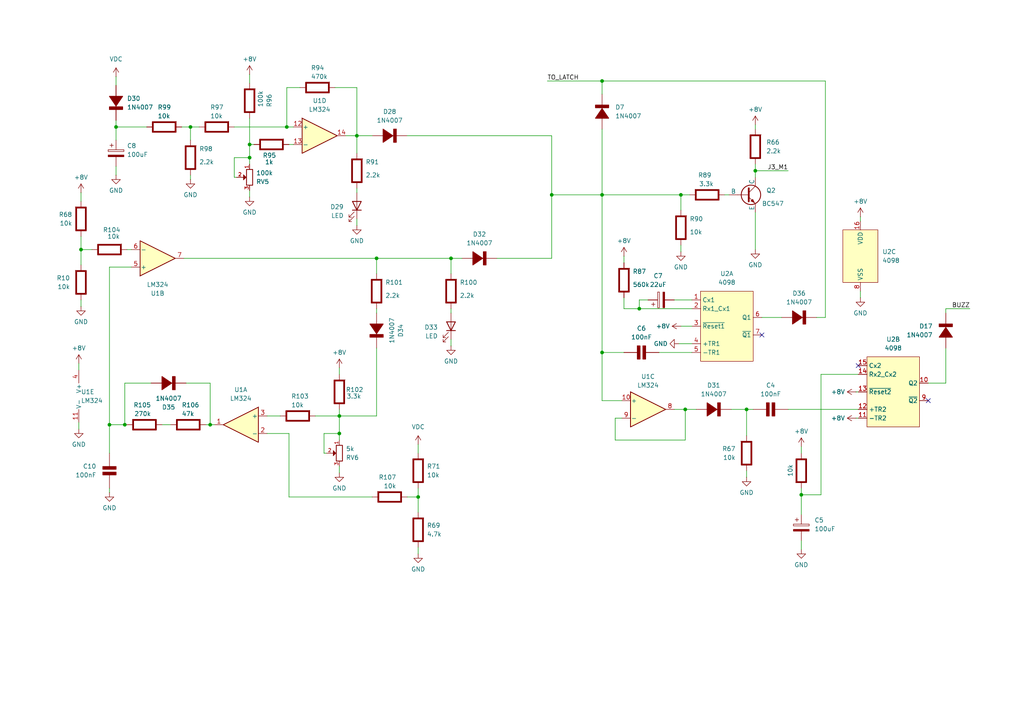
<source format=kicad_sch>
(kicad_sch (version 20250114) (generator "eeschema") (generator_version "9.0")
  (paper "A4")
  (lib_symbols
    (symbol "4xxx:4098"
      (property "Reference" "U" (at -5.08 11.43 0))
      (property "Value" "4098" (at -5.08 -11.43 0))
      (symbol "4098_1_1"
        (rectangle (start -7.62 10.16) (end 7.62 -10.16) (fill (type background)))
        (pin input line (at -10.16 7.62 0) (length 2.54) (name "Cx1") (number "1"))
        (pin input line (at -10.16 5.08 0) (length 2.54) (name "Rx1_Cx1") (number "2"))
        (pin input line (at -10.16 0 0) (length 2.54) (name "~{Reset1}") (number "3"))
        (pin input line (at -10.16 -5.08 0) (length 2.54) (name "+TR1") (number "4"))
        (pin input line (at -10.16 -7.62 0) (length 2.54) (name "-TR1") (number "5"))
        (pin output line (at 10.16 2.54 180) (length 2.54) (name "Q1") (number "6"))
        (pin output line (at 10.16 -2.54 180) (length 2.54) (name "~{Q1}") (number "7"))
      )
      (symbol "4098_2_1"
        (rectangle (start -7.62 10.16) (end 7.62 -10.16) (fill (type background)))
        (pin input line (at -10.16 7.62 0) (length 2.54) (name "Cx2") (number "15"))
        (pin input line (at -10.16 5.08 0) (length 2.54) (name "Rx2_Cx2") (number "14"))
        (pin input line (at -10.16 0 0) (length 2.54) (name "~{Reset2}") (number "13"))
        (pin input line (at -10.16 -5.08 0) (length 2.54) (name "+TR2") (number "12"))
        (pin input line (at -10.16 -7.62 0) (length 2.54) (name "-TR2") (number "11"))
        (pin output line (at 10.16 2.54 180) (length 2.54) (name "Q2") (number "10"))
        (pin output line (at 10.16 -2.54 180) (length 2.54) (name "~{Q2}") (number "9"))
      )
      (symbol "4098_3_1"
        (rectangle (start -5.08 7.62) (end 5.08 -7.62) (fill (type background)))
        (pin power_in line (at 0 10.16 270) (length 2.54) (name "VDD") (number "16"))
        (pin power_in line (at 0 -10.16 90) (length 2.54) (name "VSS") (number "8"))
      )
    )
    (symbol "Amplifier_Operational:LM324" (pin_names (offset 0.127))
      (property "Reference" "U" (at 0 5.08 0))
      (property "Value" "LM324" (at 0 -5.08 0))
      (symbol "LM324_1_1"
        (polyline (pts (xy -5.08 5.08) (xy 5.08 0) (xy -5.08 -5.08) (xy -5.08 5.08)) (stroke (width 0.254)) (fill (type background)))
        (pin input line (at -7.62 2.54 0) (length 2.54) (name "+") (number "3"))
        (pin input line (at -7.62 -2.54 0) (length 2.54) (name "-") (number "2"))
        (pin output line (at 7.62 0 180) (length 2.54) (name "~") (number "1"))
      )
      (symbol "LM324_2_1"
        (polyline (pts (xy -5.08 5.08) (xy 5.08 0) (xy -5.08 -5.08) (xy -5.08 5.08)) (stroke (width 0.254)) (fill (type background)))
        (pin input line (at -7.62 2.54 0) (length 2.54) (name "+") (number "5"))
        (pin input line (at -7.62 -2.54 0) (length 2.54) (name "-") (number "6"))
        (pin output line (at 7.62 0 180) (length 2.54) (name "~") (number "7"))
      )
      (symbol "LM324_3_1"
        (polyline (pts (xy -5.08 5.08) (xy 5.08 0) (xy -5.08 -5.08) (xy -5.08 5.08)) (stroke (width 0.254)) (fill (type background)))
        (pin input line (at -7.62 2.54 0) (length 2.54) (name "+") (number "10"))
        (pin input line (at -7.62 -2.54 0) (length 2.54) (name "-") (number "9"))
        (pin output line (at 7.62 0 180) (length 2.54) (name "~") (number "8"))
      )
      (symbol "LM324_4_1"
        (polyline (pts (xy -5.08 5.08) (xy 5.08 0) (xy -5.08 -5.08) (xy -5.08 5.08)) (stroke (width 0.254)) (fill (type background)))
        (pin input line (at -7.62 2.54 0) (length 2.54) (name "+") (number "12"))
        (pin input line (at -7.62 -2.54 0) (length 2.54) (name "-") (number "13"))
        (pin output line (at 7.62 0 180) (length 2.54) (name "~") (number "14"))
      )
      (symbol "LM324_5_1"
        (pin power_in line (at -2.54 7.62 270) (length 3.81) (name "V+") (number "4"))
        (pin power_in line (at -2.54 -7.62 90) (length 3.81) (name "V-") (number "11"))
      )
    )
    (symbol "Device:C_Polarized" (pin_numbers (hide yes)) (pin_names (offset 0.254))
      (property "Reference" "C" (at 0.635 2.54 0))
      (property "Value" "C_Polarized" (at 0.635 -2.54 0))
      (symbol "C_Polarized_0_1"
        (rectangle (start -2.286 0.508) (end 2.286 1.016))
        (polyline (pts (xy -1.778 2.286) (xy -0.762 2.286)))
        (polyline (pts (xy -1.27 2.794) (xy -1.27 1.778)))
        (rectangle (start 2.286 -0.508) (end -2.286 -1.016) (fill (type outline)))
      )
      (symbol "C_Polarized_1_1"
        (pin passive line (at 0 3.81 270) (length 2.794) (name "~") (number "1"))
        (pin passive line (at 0 -3.81 90) (length 2.794) (name "~") (number "2"))
      )
    )
    (symbol "Device:LED" (pin_numbers (hide yes)) (pin_names (offset 1.016) (hide yes))
      (property "Reference" "D" (at 0 2.54 0))
      (property "Value" "LED" (at 0 -2.54 0))
      (symbol "LED_0_1"
        (polyline (pts (xy -3.048 -0.762) (xy -4.572 -2.286) (xy -3.81 -2.286) (xy -4.572 -2.286) (xy -4.572 -1.524)))
        (polyline (pts (xy -1.778 -0.762) (xy -3.302 -2.286) (xy -2.54 -2.286) (xy -3.302 -2.286) (xy -3.302 -1.524)))
        (polyline (pts (xy -1.27 0) (xy 1.27 0)))
        (polyline (pts (xy -1.27 -1.27) (xy -1.27 1.27)) (stroke (width 0.254)))
        (polyline (pts (xy 1.27 -1.27) (xy 1.27 1.27) (xy -1.27 0) (xy 1.27 -1.27)) (stroke (width 0.254)))
      )
      (symbol "LED_1_1"
        (pin passive line (at -3.81 0 0) (length 2.54) (name "K") (number "1"))
        (pin passive line (at 3.81 0 180) (length 2.54) (name "A") (number "2"))
      )
    )
    (symbol "PCM_Elektuur:C" (pin_numbers (hide yes)) (pin_names (offset 0) (hide yes))
      (property "Reference" "C" (at 0.635 3.175 0))
      (property "Value" "C" (at 0.635 -3.175 0))
      (symbol "C_1_1"
        (rectangle (start -1.905 1.1938) (end 1.905 0.4318) (stroke (width 0.254)) (fill (type outline)))
        (rectangle (start -1.905 -0.4318) (end 1.905 -1.1938) (stroke (width 0.254)) (fill (type outline)))
        (pin passive line (at 0 5.08 270) (length 3.8862) (name "+") (number "1"))
        (pin passive line (at 0 -5.08 90) (length 3.8862) (name "-") (number "2"))
      )
      (symbol "C_1_2"
        (polyline (pts (xy -1.905 0.4318) (xy 1.905 0.4318) (xy 1.905 1.4986) (xy -1.905 1.4986) (xy -1.905 0.4318) (xy -1.8034 0.5334) (xy -1.8034 1.397) (xy 1.8034 1.397) (xy 1.8034 0.5334) (xy -1.8034 0.5334) (xy -1.905 0.4318)) (stroke (width 0.254)) (fill (type outline)))
        (polyline (pts (xy -1.905 -1.4986) (xy 1.905 -1.4986) (xy 1.905 -0.4318) (xy -1.905 -0.4318) (xy -1.905 -1.4986) (xy -1.8034 -1.397) (xy -1.8034 -0.5334) (xy 1.8034 -0.5334) (xy 1.8034 -1.397) (xy -1.8034 -1.397) (xy -1.905 -1.4986)) (stroke (width 0.254)) (fill (type outline)))
        (pin passive line (at 0 5.08 270) (length 3.5814) (name "+") (number "1"))
        (pin passive line (at 0 -5.08 90) (length 3.5814) (name "-") (number "2"))
      )
    )
    (symbol "PCM_Elektuur:D" (pin_numbers (hide yes)) (pin_names (offset 0) (hide yes))
      (property "Reference" "D" (at 0.635 3.175 0))
      (property "Value" "${SIM.PARAMS}" (at 0.635 -3.175 0))
      (symbol "D_1_0"
        (pin passive line (at 0 5.08 270) (length 3.175) (name "A+") (number "2"))
        (pin passive line (at 0 -5.08 90) (length 3.175) (name "K-") (number "1"))
      )
      (symbol "D_1_1"
        (polyline (pts (xy -1.905 -1.905) (xy 1.905 -1.905) (xy 1.905 -1.143) (xy 0 -1.143) (xy 0 -0.889) (xy 1.905 1.905) (xy -1.905 1.905) (xy 0 -0.889) (xy 0 -1.143) (xy -1.905 -1.143) (xy -1.905 -1.905)) (stroke (width 0.254)) (fill (type outline)))
      )
      (symbol "D_1_2"
        (polyline (pts (xy -0.127 -1.905) (xy 1.905 -1.905) (xy 1.905 -1.143) (xy 0 -1.143) (xy 0 -0.889) (xy 1.905 1.905) (xy -0.0254 1.905) (xy -0.9652 0.5334) (xy 0 -0.889) (xy 0 -1.143) (xy -0.127 -1.143) (xy -0.127 -1.905)) (stroke (width 0.254)) (fill (type outline)))
      )
    )
    (symbol "PCM_Elektuur:R" (pin_numbers (hide yes)) (pin_names (offset 0) (hide yes))
      (property "Reference" "R" (at 2.54 3.175 0))
      (property "Value" "R" (at 0 0 90))
      (symbol "R_1_1"
        (polyline (pts (xy -1.524 -3.429) (xy 1.524 -3.429) (xy 1.524 3.429) (xy -1.524 3.429) (xy -1.524 -3.429) (xy -1.27 -3.175) (xy -1.27 3.175) (xy 1.27 3.175) (xy 1.27 -3.175) (xy -1.27 -3.175) (xy -1.524 -3.429)) (stroke (width 0.254)) (fill (type outline)))
        (pin passive line (at 0 5.08 270) (length 1.651) (name "+") (number "1"))
        (pin passive line (at 0 -5.08 90) (length 1.651) (name "-") (number "2"))
      )
      (symbol "R_1_2"
        (polyline (pts (xy -0.508 -3.429) (xy 1.524 -3.429) (xy 1.524 3.429) (xy -0.508 3.429) (xy -0.508 3.175) (xy 1.27 3.175) (xy 1.27 -3.175) (xy -0.508 -3.175) (xy -0.508 -3.429)) (stroke (width 0.254)) (fill (type outline)))
        (pin passive line (at 0 5.08 270) (length 1.651) (name "+") (number "1"))
        (pin passive line (at 0 -5.08 90) (length 1.651) (name "-") (number "2"))
      )
      (symbol "R_1_3"
        (polyline (pts (xy 0 3.4798) (xy 0 3.2004) (xy 0.7112 2.794) (xy -1.1938 1.6764) (xy 0.7112 0.5588) (xy -1.1938 -0.5588) (xy 0.7112 -1.6764) (xy -1.1938 -2.794) (xy 0 -3.4798) (xy 0 -3.2004) (xy -0.7112 -2.794) (xy 1.1938 -1.6764) (xy -0.7112 -0.5588) (xy 1.1938 0.5588) (xy -0.7112 1.6764) (xy 1.1938 2.794) (xy 0 3.4798)) (stroke (width 0.254)) (fill (type outline)))
        (pin passive line (at 0 5.08 270) (length 1.6002) (name "+") (number "1"))
        (pin passive line (at 0 -5.08 90) (length 1.6002) (name "-") (number "2"))
      )
      (symbol "R_1_4"
        (polyline (pts (xy 0 4.5466) (xy 0 4.2672) (xy 0.0508 4.2418) (xy 1.016 3.683) (xy -1.524 2.2098) (xy 1.016 0.7366) (xy -1.524 -0.7366) (xy 1.016 -2.2098) (xy -1.524 -3.683) (xy -0.0762 -4.5212) (xy 0 -4.5466) (xy 0 -4.2672) (xy -0.0508 -4.2418) (xy -1.016 -3.683) (xy 1.524 -2.2098) (xy -1.016 -0.7366) (xy 1.524 0.7366) (xy -1.016 2.2098) (xy 1.524 3.683) (xy 0.0762 4.5212) (xy 0 4.5466)) (stroke (width 0.254)) (fill (type outline)))
        (pin passive line (at 0 5.08 270) (length 0.5334) (name "+") (number "1"))
        (pin passive line (at 0 -5.08 90) (length 0.5334) (name "-") (number "2"))
      )
    )
    (symbol "PCM_SL_Devices:potentiometer_RM065"
      (property "Reference" "RV" (at 0 -2.032 0))
      (property "Value" "potentiometer_RM065" (at 0 -3.81 0))
      (symbol "potentiometer_RM065_0_1"
        (rectangle (start -2.286 0.889) (end 2.286 -0.889) (stroke (width 0.24)))
        (polyline (pts (xy 0 1.016) (xy 0.762 1.778) (xy -0.762 1.778) (xy 0 1.016)) (fill (type outline)))
      )
      (symbol "potentiometer_RM065_1_1"
        (pin passive line (at -3.81 0 0) (length 1.5) (name "~") (number "1"))
        (pin passive line (at 0 3.81 270) (length 2) (name "~") (number "2"))
        (pin passive line (at 3.81 0 180) (length 1.5) (name "~") (number "3"))
      )
    )
    (symbol "Simulation_SPICE:NPN" (pin_numbers (hide yes)) (pin_names (offset 0))
      (property "Reference" "Q" (at -2.54 7.62 0))
      (property "Value" "NPN" (at -2.54 5.08 0))
      (symbol "NPN_0_1"
        (polyline (pts (xy -2.54 0) (xy 0.635 0)) (stroke (width 0.1524)))
        (polyline (pts (xy 0.635 1.905) (xy 0.635 -1.905) (xy 0.635 -1.905)) (stroke (width 0.508)))
        (polyline (pts (xy 0.635 0.635) (xy 2.54 2.54)))
        (polyline (pts (xy 0.635 -0.635) (xy 2.54 -2.54) (xy 2.54 -2.54)))
        (circle (center 1.27 0) (radius 2.8194) (stroke (width 0.254)))
        (polyline (pts (xy 1.27 -1.778) (xy 1.778 -1.27) (xy 2.286 -2.286) (xy 1.27 -1.778) (xy 1.27 -1.778)) (fill (type outline)))
        (polyline (pts (xy 2.794 -1.27) (xy 2.794 -1.27)) (stroke (width 0.1524)))
        (polyline (pts (xy 2.794 -1.27) (xy 2.794 -1.27)) (stroke (width 0.1524)))
      )
      (symbol "NPN_1_1"
        (pin input line (at -5.08 0 0) (length 2.54) (name "B") (number "2"))
        (pin open_collector line (at 2.54 5.08 270) (length 2.54) (name "C") (number "1"))
        (pin open_emitter line (at 2.54 -5.08 90) (length 2.54) (name "E") (number "3"))
      )
    )
    (symbol "power:+8V" (power) (pin_numbers (hide yes)) (pin_names (offset 0) (hide yes))
      (property "Value" "+8V" (at 0 3.556 0))
      (symbol "+8V_0_1"
        (polyline (pts (xy -0.762 1.27) (xy 0 2.54)))
        (polyline (pts (xy 0 2.54) (xy 0.762 1.27)))
        (polyline (pts (xy 0 0) (xy 0 2.54)))
      )
      (symbol "+8V_1_1"
        (pin power_in line (at 0 0 90) (length 0) (name "~") (number "1"))
      )
    )
    (symbol "power:GND" (power) (pin_numbers (hide yes)) (pin_names (offset 0) (hide yes))
      (property "Value" "GND" (at 0 -3.81 0))
      (symbol "GND_0_1"
        (polyline (pts (xy 0 0) (xy 0 -1.27) (xy 1.27 -1.27) (xy 0 -2.54) (xy -1.27 -1.27) (xy 0 -1.27)))
      )
      (symbol "GND_1_1"
        (pin power_in line (at 0 0 270) (length 0) (name "~") (number "1"))
      )
    )
    (symbol "power:VDC" (power) (pin_numbers (hide yes)) (pin_names (offset 0) (hide yes))
      (property "Value" "VDC" (at 0 3.556 0))
      (symbol "VDC_0_1"
        (polyline (pts (xy -0.762 1.27) (xy 0 2.54)))
        (polyline (pts (xy 0 2.54) (xy 0.762 1.27)))
        (polyline (pts (xy 0 0) (xy 0 2.54)))
      )
      (symbol "VDC_1_1"
        (pin power_in line (at 0 0 90) (length 0) (name "~") (number "1"))
      )
    )
  )
  (junction (at 60.96 123.19))
  (junction (at 31.75 123.19))
  (junction (at 197.485 56.515))
  (junction (at 130.81 74.93))
  (junction (at 160.02 56.515))
  (junction (at 219.075 49.53))
  (junction (at 103.505 39.37))
  (junction (at 174.625 23.495))
  (junction (at 55.245 36.83))
  (junction (at 174.625 56.515))
  (junction (at 198.755 118.745))
  (junction (at 121.285 144.145))
  (junction (at 216.535 118.745))
  (junction (at 185.42 89.535))
  (junction (at 98.425 120.65))
  (junction (at 109.22 74.93))
  (junction (at 33.655 36.83))
  (junction (at 72.39 45.72))
  (junction (at 72.39 41.91))
  (junction (at 232.41 143.51))
  (junction (at 98.425 125.73))
  (junction (at 174.625 102.235))
  (junction (at 36.195 123.19))
  (junction (at 23.495 72.39))
  (junction (at 83.185 36.83))
  (no_connect (at 248.92 106.045))
  (no_connect (at 269.24 116.205))
  (no_connect (at 220.98 97.155))
  (wire (pts (xy 160.02 74.93) (xy 144.145 74.93)))
  (wire (pts (xy 109.22 74.93) (xy 130.81 74.93)))
  (wire (pts (xy 72.39 41.91) (xy 72.39 45.72)))
  (wire (pts (xy 198.755 127.635) (xy 198.755 118.745)))
  (wire (pts (xy 197.485 56.515) (xy 197.485 60.96)))
  (wire (pts (xy 216.535 126.365) (xy 216.535 118.745)))
  (wire (pts (xy 94.615 131.445) (xy 93.98 131.445)))
  (wire (pts (xy 158.75 23.495) (xy 174.625 23.495)))
  (wire (pts (xy 23.495 55.88) (xy 23.495 58.42)))
  (wire (pts (xy 83.82 41.91) (xy 85.09 41.91)))
  (wire (pts (xy 53.975 111.125) (xy 60.96 111.125)))
  (wire (pts (xy 232.41 143.51) (xy 238.125 143.51)))
  (wire (pts (xy 178.435 121.285) (xy 178.435 127.635)))
  (wire (pts (xy 185.42 89.535) (xy 200.66 89.535)))
  (wire (pts (xy 109.22 89.535) (xy 109.22 90.805)))
  (wire (pts (xy 219.075 51.435) (xy 219.075 49.53)))
  (wire (pts (xy 180.975 89.535) (xy 185.42 89.535)))
  (wire (pts (xy 98.425 135.255) (xy 98.425 137.16)))
  (wire (pts (xy 103.505 25.4) (xy 103.505 39.37)))
  (wire (pts (xy 72.39 55.245) (xy 72.39 57.15)))
  (wire (pts (xy 174.625 37.465) (xy 174.625 56.515)))
  (wire (pts (xy 98.425 106.68) (xy 98.425 108.585)))
  (wire (pts (xy 93.98 125.73) (xy 98.425 125.73)))
  (wire (pts (xy 174.625 27.305) (xy 174.625 23.495)))
  (wire (pts (xy 98.425 125.73) (xy 98.425 127.635)))
  (wire (pts (xy 59.69 123.19) (xy 60.96 123.19)))
  (wire (pts (xy 49.53 123.19) (xy 46.99 123.19)))
  (wire (pts (xy 238.125 108.585) (xy 248.92 108.585)))
  (wire (pts (xy 121.285 148.59) (xy 121.285 144.145)))
  (wire (pts (xy 130.81 98.425) (xy 130.81 100.33)))
  (wire (pts (xy 55.245 50.8) (xy 55.245 52.07)))
  (wire (pts (xy 160.02 56.515) (xy 160.02 74.93)))
  (wire (pts (xy 236.855 92.075) (xy 239.395 92.075)))
  (wire (pts (xy 185.42 86.995) (xy 185.42 89.535)))
  (wire (pts (xy 232.41 156.845) (xy 232.41 159.385)))
  (wire (pts (xy 174.625 56.515) (xy 197.485 56.515)))
  (wire (pts (xy 232.41 129.54) (xy 232.41 131.445)))
  (wire (pts (xy 130.81 74.93) (xy 130.81 79.375)))
  (wire (pts (xy 55.245 36.83) (xy 55.245 40.64)))
  (wire (pts (xy 249.555 62.865) (xy 249.555 64.135)))
  (wire (pts (xy 72.39 34.29) (xy 72.39 41.91)))
  (wire (pts (xy 43.815 111.125) (xy 36.195 111.125)))
  (wire (pts (xy 97.155 25.4) (xy 103.505 25.4)))
  (wire (pts (xy 103.505 39.37) (xy 103.505 44.45)))
  (wire (pts (xy 216.535 136.525) (xy 216.535 138.43)))
  (wire (pts (xy 91.44 120.65) (xy 98.425 120.65)))
  (wire (pts (xy 219.075 61.595) (xy 219.075 72.39)))
  (wire (pts (xy 60.96 123.19) (xy 62.23 123.19)))
  (wire (pts (xy 232.41 141.605) (xy 232.41 143.51)))
  (wire (pts (xy 274.32 100.965) (xy 274.32 111.125)))
  (wire (pts (xy 23.495 86.995) (xy 23.495 88.9)))
  (wire (pts (xy 53.34 74.93) (xy 109.22 74.93)))
  (wire (pts (xy 210.185 56.515) (xy 211.455 56.515)))
  (wire (pts (xy 174.625 102.235) (xy 180.975 102.235)))
  (wire (pts (xy 274.32 90.805) (xy 274.32 89.535)))
  (wire (pts (xy 67.945 36.83) (xy 83.185 36.83)))
  (wire (pts (xy 160.02 56.515) (xy 174.625 56.515)))
  (wire (pts (xy 83.185 25.4) (xy 86.995 25.4)))
  (wire (pts (xy 180.975 74.295) (xy 180.975 76.2)))
  (wire (pts (xy 33.655 34.925) (xy 33.655 36.83)))
  (wire (pts (xy 33.655 36.83) (xy 42.545 36.83)))
  (wire (pts (xy 174.625 116.205) (xy 174.625 102.235)))
  (wire (pts (xy 174.625 56.515) (xy 174.625 102.235)))
  (wire (pts (xy 72.39 45.72) (xy 72.39 47.625)))
  (wire (pts (xy 187.96 86.995) (xy 185.42 86.995)))
  (wire (pts (xy 109.22 100.965) (xy 109.22 120.65)))
  (wire (pts (xy 200.66 86.995) (xy 195.58 86.995)))
  (wire (pts (xy 72.39 21.59) (xy 72.39 24.13)))
  (wire (pts (xy 68.58 51.435) (xy 67.945 51.435)))
  (wire (pts (xy 98.425 120.65) (xy 98.425 125.73)))
  (wire (pts (xy 239.395 23.495) (xy 174.625 23.495)))
  (wire (pts (xy 31.75 123.19) (xy 31.75 131.445)))
  (wire (pts (xy 36.195 111.125) (xy 36.195 123.19)))
  (wire (pts (xy 232.41 143.51) (xy 232.41 149.225)))
  (wire (pts (xy 109.22 74.93) (xy 109.22 79.375)))
  (wire (pts (xy 22.86 122.555) (xy 22.86 124.46)))
  (wire (pts (xy 200.025 56.515) (xy 197.485 56.515)))
  (wire (pts (xy 23.495 68.58) (xy 23.495 72.39)))
  (wire (pts (xy 160.02 39.37) (xy 160.02 56.515)))
  (wire (pts (xy 239.395 92.075) (xy 239.395 23.495)))
  (wire (pts (xy 103.505 63.5) (xy 103.505 65.405)))
  (wire (pts (xy 216.535 118.745) (xy 218.44 118.745)))
  (wire (pts (xy 197.485 71.12) (xy 197.485 73.025)))
  (wire (pts (xy 198.755 118.745) (xy 201.93 118.745)))
  (wire (pts (xy 219.075 36.195) (xy 219.075 37.465)))
  (wire (pts (xy 60.96 111.125) (xy 60.96 123.19)))
  (wire (pts (xy 93.98 131.445) (xy 93.98 125.73)))
  (wire (pts (xy 67.945 51.435) (xy 67.945 45.72)))
  (wire (pts (xy 121.285 144.145) (xy 118.11 144.145)))
  (wire (pts (xy 130.81 74.93) (xy 133.985 74.93)))
  (wire (pts (xy 83.185 36.83) (xy 83.185 25.4)))
  (wire (pts (xy 103.505 39.37) (xy 100.33 39.37)))
  (wire (pts (xy 33.655 36.83) (xy 33.655 40.64)))
  (wire (pts (xy 178.435 127.635) (xy 198.755 127.635)))
  (wire (pts (xy 67.945 45.72) (xy 72.39 45.72)))
  (wire (pts (xy 198.755 118.745) (xy 195.58 118.745)))
  (wire (pts (xy 31.75 77.47) (xy 38.1 77.47)))
  (wire (pts (xy 196.85 99.695) (xy 200.66 99.695)))
  (wire (pts (xy 73.66 41.91) (xy 72.39 41.91)))
  (wire (pts (xy 36.83 72.39) (xy 38.1 72.39)))
  (wire (pts (xy 33.655 24.765) (xy 33.655 22.225)))
  (wire (pts (xy 248.285 121.285) (xy 248.92 121.285)))
  (wire (pts (xy 98.425 118.745) (xy 98.425 120.65)))
  (wire (pts (xy 249.555 84.455) (xy 249.555 86.36)))
  (wire (pts (xy 83.185 36.83) (xy 85.09 36.83)))
  (wire (pts (xy 31.75 141.605) (xy 31.75 142.875)))
  (wire (pts (xy 22.86 105.41) (xy 22.86 107.315)))
  (wire (pts (xy 130.81 89.535) (xy 130.81 90.805)))
  (wire (pts (xy 118.11 39.37) (xy 160.02 39.37)))
  (wire (pts (xy 107.95 39.37) (xy 103.505 39.37)))
  (wire (pts (xy 31.75 123.19) (xy 36.195 123.19)))
  (wire (pts (xy 238.125 108.585) (xy 238.125 143.51)))
  (wire (pts (xy 226.695 92.075) (xy 220.98 92.075)))
  (wire (pts (xy 33.655 48.26) (xy 33.655 50.8)))
  (wire (pts (xy 83.82 125.73) (xy 77.47 125.73)))
  (wire (pts (xy 52.705 36.83) (xy 55.245 36.83)))
  (wire (pts (xy 121.285 158.75) (xy 121.285 160.655)))
  (wire (pts (xy 77.47 120.65) (xy 81.28 120.65)))
  (wire (pts (xy 274.32 89.535) (xy 281.305 89.535)))
  (wire (pts (xy 121.285 128.905) (xy 121.285 131.445)))
  (wire (pts (xy 180.975 86.36) (xy 180.975 89.535)))
  (wire (pts (xy 212.09 118.745) (xy 216.535 118.745)))
  (wire (pts (xy 98.425 120.65) (xy 109.22 120.65)))
  (wire (pts (xy 107.95 144.145) (xy 83.82 144.145)))
  (wire (pts (xy 219.075 49.53) (xy 228.6 49.53)))
  (wire (pts (xy 103.505 54.61) (xy 103.505 55.88)))
  (wire (pts (xy 180.34 116.205) (xy 174.625 116.205)))
  (wire (pts (xy 55.245 36.83) (xy 57.785 36.83)))
  (wire (pts (xy 180.34 121.285) (xy 178.435 121.285)))
  (wire (pts (xy 248.285 113.665) (xy 248.92 113.665)))
  (wire (pts (xy 83.82 144.145) (xy 83.82 125.73)))
  (wire (pts (xy 197.485 94.615) (xy 200.66 94.615)))
  (wire (pts (xy 31.75 77.47) (xy 31.75 123.19)))
  (wire (pts (xy 121.285 141.605) (xy 121.285 144.145)))
  (wire (pts (xy 219.075 47.625) (xy 219.075 49.53)))
  (wire (pts (xy 23.495 72.39) (xy 23.495 76.835)))
  (wire (pts (xy 274.32 111.125) (xy 269.24 111.125)))
  (wire (pts (xy 23.495 72.39) (xy 26.67 72.39)))
  (wire (pts (xy 191.135 102.235) (xy 200.66 102.235)))
  (wire (pts (xy 228.6 118.745) (xy 248.92 118.745)))
  (wire (pts (xy 36.195 123.19) (xy 36.83 123.19)))
  (label "TO_LATCH" (at 158.75 23.495 0))
  (label "BUZZ" (at 281.305 89.535 180))
  (label "J3_M1" (at 228.6 49.53 180))
  (symbol (lib_id "PCM_Elektuur:R") (at 72.39 29.21 180) (unit 1)
    (property "Reference" "R96" (at 78.105 31.1151 90) (effects (justify right)))
    (property "Value" "100k" (at 75.565 31.115 90) (effects (justify right)))
    (property "Description" "resistor" (effects (hide yes)))
    (property "Indicator" "+" (effects (hide yes)))
    (property "Rating" "W" (effects (hide yes)))
  )
  (symbol (lib_id "4xxx:4098") (at 249.555 74.295 0) (unit 3)
    (property "Reference" "U2" (at 255.905 73.0249 0) (effects (justify left)))
    (property "Value" "4098" (at 255.905 75.5649 0) (effects (justify left)))
    (property "Datasheet" "http://www.ti.com/lit/ds/symlink/cd4098b.pdf" (effects (hide yes)))
    (property "Description" "Dual Monostable Multivibrator" (effects (hide yes)))
  )
  (symbol (lib_id "power:GND") (at 103.505 65.405 0) (mirror y) (unit 1)
    (property "Reference" "#PWR065" (effects (hide yes)))
    (property "Value" "GND" (at 103.505 69.85 0))
    (property "Description" "Power symbol creates a global label with name \"GND\" , ground" (effects (hide yes)))
  )
  (symbol (lib_id "PCM_Elektuur:C") (at 186.055 102.235 90) (unit 1)
    (property "Reference" "C6" (at 186.055 95.25 90))
    (property "Value" "100nF" (at 186.055 97.79 90))
    (property "Description" "capacitor, non-polarized/bipolar" (effects (hide yes)))
    (property "Indicator" "+" (effects (hide yes)))
    (property "Rating" "V" (effects (hide yes)))
  )
  (symbol (lib_id "PCM_Elektuur:R") (at 121.285 153.67 180) (unit 1)
    (property "Reference" "R69" (at 123.825 152.3999 0) (effects (justify right)))
    (property "Value" "4.7k" (at 123.825 154.9399 0) (effects (justify right)))
    (property "Description" "resistor" (effects (hide yes)))
    (property "Indicator" "+" (effects (hide yes)))
    (property "Rating" "W" (effects (hide yes)))
  )
  (symbol (lib_id "PCM_Elektuur:R") (at 23.495 81.915 0) (mirror x) (unit 1)
    (property "Reference" "R10" (at 20.32 80.6449 0) (effects (justify right)))
    (property "Value" "10k" (at 20.32 83.1849 0) (effects (justify right)))
    (property "Description" "resistor" (effects (hide yes)))
    (property "Indicator" "+" (effects (hide yes)))
    (property "Rating" "W" (effects (hide yes)))
  )
  (symbol (lib_id "PCM_Elektuur:R") (at 55.245 45.72 180) (unit 1)
    (property "Reference" "R98" (at 57.785 43.18 0) (effects (justify right)))
    (property "Value" "2.2k" (at 57.785 46.9899 0) (effects (justify right)))
    (property "Description" "resistor" (effects (hide yes)))
    (property "Indicator" "+" (effects (hide yes)))
    (property "Rating" "W" (effects (hide yes)))
  )
  (symbol (lib_id "PCM_Elektuur:R") (at 92.075 25.4 90) (mirror x) (unit 1)
    (property "Reference" "R94" (at 90.1699 19.685 90) (effects (justify right)))
    (property "Value" "470k" (at 90.17 22.225 90) (effects (justify right)))
    (property "Description" "resistor" (effects (hide yes)))
    (property "Indicator" "+" (effects (hide yes)))
    (property "Rating" "W" (effects (hide yes)))
  )
  (symbol (lib_id "PCM_Elektuur:R") (at 121.285 136.525 180) (unit 1)
    (property "Reference" "R71" (at 123.825 135.2549 0) (effects (justify right)))
    (property "Value" "10k" (at 123.825 137.7949 0) (effects (justify right)))
    (property "Description" "resistor" (effects (hide yes)))
    (property "Indicator" "+" (effects (hide yes)))
    (property "Rating" "W" (effects (hide yes)))
  )
  (symbol (lib_id "Device:LED") (at 103.505 59.69 270) (mirror x) (unit 1)
    (property "Reference" "D29" (at 99.695 60.0074 90) (effects (justify right)))
    (property "Value" "LED" (at 99.695 62.5474 90) (effects (justify right)))
    (property "Description" "Light emitting diode" (effects (hide yes)))
    (property "Sim.Pins" "1=K 2=A" (effects (hide yes)))
  )
  (symbol (lib_id "power:GND") (at 121.285 160.655 0) (unit 1)
    (property "Reference" "#PWR080" (effects (hide yes)))
    (property "Value" "GND" (at 121.285 165.1 0))
    (property "Description" "Power symbol creates a global label with name \"GND\" , ground" (effects (hide yes)))
  )
  (symbol (lib_id "PCM_Elektuur:D") (at 48.895 111.125 90) (unit 1)
    (property "Reference" "D35" (at 48.895 118.11 90))
    (property "Value" "1N4007" (at 48.895 115.57 90))
    (property "Description" "semiconductor diode" (effects (hide yes)))
    (property "Sim.Pins" "2=1 1=2" (effects (hide yes)))
    (property "Sim.Device" "SPICE" (effects (hide yes)))
    (property "Sim.Params" "type=\"\" model=\"D\" lib=\"semiconductor.lib\"" (effects (hide yes)))
    (property "Rating" "V/A" (effects (hide yes)))
  )
  (symbol (lib_id "PCM_Elektuur:R") (at 219.075 42.545 180) (unit 1)
    (property "Reference" "R66" (at 222.25 41.2749 0) (effects (justify right)))
    (property "Value" "2.2k" (at 222.25 43.8149 0) (effects (justify right)))
    (property "Description" "resistor" (effects (hide yes)))
    (property "Indicator" "+" (effects (hide yes)))
    (property "Rating" "W" (effects (hide yes)))
  )
  (symbol (lib_id "power:+8V") (at 23.495 55.88 0) (unit 1)
    (property "Reference" "#PWR078" (effects (hide yes)))
    (property "Value" "+8V" (at 23.495 51.435 0))
    (property "Description" "Power symbol creates a global label with name \"+8V\"" (effects (hide yes)))
  )
  (symbol (lib_id "power:+8V") (at 72.39 21.59 0) (mirror y) (unit 1)
    (property "Reference" "#PWR066" (effects (hide yes)))
    (property "Value" "+8V" (at 72.39 17.145 0))
    (property "Description" "Power symbol creates a global label with name \"+8V\"" (effects (hide yes)))
  )
  (symbol (lib_id "power:GND") (at 31.75 142.875 0) (mirror y) (unit 1)
    (property "Reference" "#PWR079" (effects (hide yes)))
    (property "Value" "GND" (at 31.75 147.32 0))
    (property "Description" "Power symbol creates a global label with name \"GND\" , ground" (effects (hide yes)))
  )
  (symbol (lib_id "PCM_Elektuur:D") (at 113.03 39.37 90) (mirror x) (unit 1)
    (property "Reference" "D28" (at 113.03 32.385 90))
    (property "Value" "1N4007" (at 113.03 34.925 90))
    (property "Description" "semiconductor diode" (effects (hide yes)))
    (property "Sim.Pins" "2=1 1=2" (effects (hide yes)))
    (property "Sim.Device" "SPICE" (effects (hide yes)))
    (property "Sim.Params" "type=\"\" model=\"D\" lib=\"semiconductor.lib\"" (effects (hide yes)))
    (property "Rating" "V/A" (effects (hide yes)))
  )
  (symbol (lib_id "PCM_Elektuur:D") (at 231.775 92.075 90) (mirror x) (unit 1)
    (property "Reference" "D36" (at 231.775 85.09 90))
    (property "Value" "1N4007" (at 231.775 87.63 90))
    (property "Description" "semiconductor diode" (effects (hide yes)))
    (property "Sim.Pins" "2=1 1=2" (effects (hide yes)))
    (property "Sim.Device" "SPICE" (effects (hide yes)))
    (property "Sim.Params" "type=\"\" model=\"D\" lib=\"semiconductor.lib\"" (effects (hide yes)))
    (property "Rating" "V/A" (effects (hide yes)))
  )
  (symbol (lib_id "PCM_Elektuur:R") (at 216.535 131.445 0) (mirror x) (unit 1)
    (property "Reference" "R67" (at 213.36 130.1749 0) (effects (justify right)))
    (property "Value" "10k" (at 213.36 132.7149 0) (effects (justify right)))
    (property "Description" "resistor" (effects (hide yes)))
    (property "Indicator" "+" (effects (hide yes)))
    (property "Rating" "W" (effects (hide yes)))
  )
  (symbol (lib_id "PCM_Elektuur:C") (at 223.52 118.745 90) (unit 1)
    (property "Reference" "C4" (at 223.52 111.76 90))
    (property "Value" "100nF" (at 223.52 114.3 90))
    (property "Description" "capacitor, non-polarized/bipolar" (effects (hide yes)))
    (property "Indicator" "+" (effects (hide yes)))
    (property "Rating" "V" (effects (hide yes)))
  )
  (symbol (lib_id "PCM_Elektuur:R") (at 130.81 84.455 180) (unit 1)
    (property "Reference" "R100" (at 133.35 81.915 0) (effects (justify right)))
    (property "Value" "2.2k" (at 133.35 85.7249 0) (effects (justify right)))
    (property "Description" "resistor" (effects (hide yes)))
    (property "Indicator" "+" (effects (hide yes)))
    (property "Rating" "W" (effects (hide yes)))
  )
  (symbol (lib_id "power:+8V") (at 248.285 113.665 90) (unit 1)
    (property "Reference" "#PWR084" (effects (hide yes)))
    (property "Value" "+8V" (at 245.11 113.6649 90) (effects (justify left)))
    (property "Description" "Power symbol creates a global label with name \"+8V\"" (effects (hide yes)))
  )
  (symbol (lib_id "PCM_Elektuur:R") (at 23.495 63.5 0) (mirror x) (unit 1)
    (property "Reference" "R68" (at 20.955 62.2299 0) (effects (justify right)))
    (property "Value" "10k" (at 20.955 64.7699 0) (effects (justify right)))
    (property "Description" "resistor" (effects (hide yes)))
    (property "Indicator" "+" (effects (hide yes)))
    (property "Rating" "W" (effects (hide yes)))
  )
  (symbol (lib_id "PCM_SL_Devices:potentiometer_RM065") (at 98.425 131.445 90) (mirror x) (unit 1)
    (property "Reference" "RV6" (at 100.33 132.7151 90) (effects (justify right)))
    (property "Value" "5k" (at 100.33 130.1751 90) (effects (justify right)))
    (property "Footprint" "PCM_SL_Devices:Potentiometer_RM065" (effects (hide yes)))
    (property "Description" "potentiometer RM065" (effects (hide yes)))
  )
  (symbol (lib_id "Device:LED") (at 130.81 94.615 270) (mirror x) (unit 1)
    (property "Reference" "D33" (at 127 94.9324 90) (effects (justify right)))
    (property "Value" "LED" (at 127 97.4724 90) (effects (justify right)))
    (property "Description" "Light emitting diode" (effects (hide yes)))
    (property "Sim.Pins" "1=K 2=A" (effects (hide yes)))
  )
  (symbol (lib_id "Device:C_Polarized") (at 232.41 153.035 0) (unit 1)
    (property "Reference" "C5" (at 236.22 150.8759 0) (effects (justify left)))
    (property "Value" "100uF" (at 236.22 153.4159 0) (effects (justify left)))
    (property "Description" "Polarized capacitor" (effects (hide yes)))
  )
  (symbol (lib_id "PCM_Elektuur:D") (at 274.32 95.885 0) (mirror x) (unit 1)
    (property "Reference" "D17" (at 270.51 94.6149 0) (effects (justify right)))
    (property "Value" "1N4007" (at 270.51 97.1549 0) (effects (justify right)))
    (property "Description" "semiconductor diode" (effects (hide yes)))
    (property "Sim.Pins" "2=1 1=2" (effects (hide yes)))
    (property "Sim.Device" "SPICE" (effects (hide yes)))
    (property "Sim.Params" "type=\"\" model=\"D\" lib=\"semiconductor.lib\"" (effects (hide yes)))
    (property "Rating" "V/A" (effects (hide yes)))
  )
  (symbol (lib_id "power:+8V") (at 22.86 105.41 0) (unit 1)
    (property "Reference" "#PWR083" (effects (hide yes)))
    (property "Value" "+8V" (at 22.86 100.965 0))
    (property "Description" "Power symbol creates a global label with name \"+8V\"" (effects (hide yes)))
  )
  (symbol (lib_id "power:GND") (at 22.86 124.46 0) (mirror y) (unit 1)
    (property "Reference" "#PWR082" (effects (hide yes)))
    (property "Value" "GND" (at 22.86 128.905 0))
    (property "Description" "Power symbol creates a global label with name \"GND\" , ground" (effects (hide yes)))
  )
  (symbol (lib_id "power:GND") (at 197.485 73.025 0) (mirror y) (unit 1)
    (property "Reference" "#PWR061" (effects (hide yes)))
    (property "Value" "GND" (at 197.485 77.47 0))
    (property "Description" "Power symbol creates a global label with name \"GND\" , ground" (effects (hide yes)))
  )
  (symbol (lib_id "power:GND") (at 33.655 50.8 0) (mirror y) (unit 1)
    (property "Reference" "#PWR072" (effects (hide yes)))
    (property "Value" "GND" (at 33.655 55.245 0))
    (property "Description" "Power symbol creates a global label with name \"GND\" , ground" (effects (hide yes)))
  )
  (symbol (lib_id "PCM_Elektuur:D") (at 109.22 95.885 0) (mirror y) (unit 1)
    (property "Reference" "D34" (at 116.205 95.885 90))
    (property "Value" "1N4007" (at 113.665 95.885 90))
    (property "Description" "semiconductor diode" (effects (hide yes)))
    (property "Sim.Pins" "2=1 1=2" (effects (hide yes)))
    (property "Sim.Device" "SPICE" (effects (hide yes)))
    (property "Sim.Params" "type=\"\" model=\"D\" lib=\"semiconductor.lib\"" (effects (hide yes)))
    (property "Rating" "V/A" (effects (hide yes)))
  )
  (symbol (lib_id "PCM_Elektuur:R") (at 205.105 56.515 270) (unit 1)
    (property "Reference" "R89" (at 206.375 50.8 90) (effects (justify right)))
    (property "Value" "3.3k" (at 207.0099 53.34 90) (effects (justify right)))
    (property "Description" "resistor" (effects (hide yes)))
    (property "Indicator" "+" (effects (hide yes)))
    (property "Rating" "W" (effects (hide yes)))
  )
  (symbol (lib_id "PCM_Elektuur:D") (at 33.655 29.845 0) (unit 1)
    (property "Reference" "D30" (at 36.83 28.5749 0) (effects (justify left)))
    (property "Value" "1N4007" (at 36.83 31.1149 0) (effects (justify left)))
    (property "Description" "semiconductor diode" (effects (hide yes)))
    (property "Sim.Pins" "2=1 1=2" (effects (hide yes)))
    (property "Sim.Device" "SPICE" (effects (hide yes)))
    (property "Sim.Params" "type=\"\" model=\"D\" lib=\"semiconductor.lib\"" (effects (hide yes)))
    (property "Rating" "V/A" (effects (hide yes)))
  )
  (symbol (lib_id "PCM_Elektuur:D") (at 139.065 74.93 90) (mirror x) (unit 1)
    (property "Reference" "D32" (at 139.065 67.945 90))
    (property "Value" "1N4007" (at 139.065 70.485 90))
    (property "Description" "semiconductor diode" (effects (hide yes)))
    (property "Sim.Pins" "2=1 1=2" (effects (hide yes)))
    (property "Sim.Device" "SPICE" (effects (hide yes)))
    (property "Sim.Params" "type=\"\" model=\"D\" lib=\"semiconductor.lib\"" (effects (hide yes)))
    (property "Rating" "V/A" (effects (hide yes)))
  )
  (symbol (lib_id "Simulation_SPICE:NPN") (at 216.535 56.515 0) (unit 1)
    (property "Reference" "Q2" (at 222.25 55.2449 0) (effects (justify left)))
    (property "Value" "BC547" (at 220.98 59.055 0) (effects (justify left)))
    (property "Datasheet" "https://ngspice.sourceforge.io/docs/ngspice-html-manual/manual.xhtml#cha_BJTs" (effects (hide yes)))
    (property "Description" "Bipolar transistor symbol for simulation only, substrate tied to the emitter" (effects (hide yes)))
    (property "Sim.Device" "NPN" (effects (hide yes)))
    (property "Sim.Type" "GUMMELPOON" (effects (hide yes)))
    (property "Sim.Pins" "1=C 2=B 3=E" (effects (hide yes)))
  )
  (symbol (lib_id "Device:C_Polarized") (at 191.77 86.995 90) (unit 1)
    (property "Reference" "C7" (at 190.881 80.01 90))
    (property "Value" "22uF" (at 190.881 82.55 90))
    (property "Description" "Polarized capacitor" (effects (hide yes)))
  )
  (symbol (lib_id "power:GND") (at 219.075 72.39 0) (mirror y) (unit 1)
    (property "Reference" "#PWR062" (effects (hide yes)))
    (property "Value" "GND" (at 219.075 76.835 0))
    (property "Description" "Power symbol creates a global label with name \"GND\" , ground" (effects (hide yes)))
  )
  (symbol (lib_id "power:+8V") (at 197.485 94.615 90) (unit 1)
    (property "Reference" "#PWR060" (effects (hide yes)))
    (property "Value" "+8V" (at 194.31 94.6149 90) (effects (justify left)))
    (property "Description" "Power symbol creates a global label with name \"+8V\"" (effects (hide yes)))
  )
  (symbol (lib_id "4xxx:4098") (at 259.08 113.665 0) (unit 2)
    (property "Reference" "U2" (at 259.08 98.425 0))
    (property "Value" "4098" (at 259.08 100.965 0))
    (property "Datasheet" "http://www.ti.com/lit/ds/symlink/cd4098b.pdf" (effects (hide yes)))
    (property "Description" "Dual Monostable Multivibrator" (effects (hide yes)))
  )
  (symbol (lib_id "power:GND") (at 72.39 57.15 0) (unit 1)
    (property "Reference" "#PWR067" (effects (hide yes)))
    (property "Value" "GND" (at 72.39 61.595 0))
    (property "Description" "Power symbol creates a global label with name \"GND\" , ground" (effects (hide yes)))
  )
  (symbol (lib_id "PCM_Elektuur:R") (at 54.61 123.19 90) (mirror x) (unit 1)
    (property "Reference" "R106" (at 52.7049 117.475 90) (effects (justify right)))
    (property "Value" "47k" (at 52.705 120.015 90) (effects (justify right)))
    (property "Description" "resistor" (effects (hide yes)))
    (property "Indicator" "+" (effects (hide yes)))
    (property "Rating" "W" (effects (hide yes)))
  )
  (symbol (lib_id "PCM_Elektuur:C") (at 31.75 136.525 0) (mirror x) (unit 1)
    (property "Reference" "C10" (at 27.94 135.2549 0) (effects (justify right)))
    (property "Value" "100nF" (at 27.94 137.7949 0) (effects (justify right)))
    (property "Description" "capacitor, non-polarized/bipolar" (effects (hide yes)))
    (property "Indicator" "+" (effects (hide yes)))
    (property "Rating" "V" (effects (hide yes)))
  )
  (symbol (lib_id "power:+8V") (at 248.285 121.285 90) (unit 1)
    (property "Reference" "#PWR085" (effects (hide yes)))
    (property "Value" "+8V" (at 245.11 121.2849 90) (effects (justify left)))
    (property "Description" "Power symbol creates a global label with name \"+8V\"" (effects (hide yes)))
  )
  (symbol (lib_id "PCM_Elektuur:D") (at 174.625 32.385 180) (unit 1)
    (property "Reference" "D7" (at 178.435 31.1149 0) (effects (justify right)))
    (property "Value" "1N4007" (at 178.435 33.6549 0) (effects (justify right)))
    (property "Description" "semiconductor diode" (effects (hide yes)))
    (property "Sim.Pins" "2=1 1=2" (effects (hide yes)))
    (property "Sim.Device" "SPICE" (effects (hide yes)))
    (property "Sim.Params" "type=\"\" model=\"D\" lib=\"semiconductor.lib\"" (effects (hide yes)))
    (property "Rating" "V/A" (effects (hide yes)))
  )
  (symbol (lib_id "PCM_Elektuur:R") (at 62.865 36.83 90) (mirror x) (unit 1)
    (property "Reference" "R97" (at 60.9599 31.115 90) (effects (justify right)))
    (property "Value" "10k" (at 60.96 33.655 90) (effects (justify right)))
    (property "Description" "resistor" (effects (hide yes)))
    (property "Indicator" "+" (effects (hide yes)))
    (property "Rating" "W" (effects (hide yes)))
  )
  (symbol (lib_id "PCM_SL_Devices:potentiometer_RM065") (at 72.39 51.435 90) (mirror x) (unit 1)
    (property "Reference" "RV5" (at 74.295 52.7051 90) (effects (justify right)))
    (property "Value" "100k" (at 74.295 50.1651 90) (effects (justify right)))
    (property "Footprint" "PCM_SL_Devices:Potentiometer_RM065" (effects (hide yes)))
    (property "Description" "potentiometer RM065" (effects (hide yes)))
  )
  (symbol (lib_id "power:GND") (at 216.535 138.43 0) (mirror y) (unit 1)
    (property "Reference" "#PWR073" (effects (hide yes)))
    (property "Value" "GND" (at 216.535 142.875 0))
    (property "Description" "Power symbol creates a global label with name \"GND\" , ground" (effects (hide yes)))
  )
  (symbol (lib_id "PCM_Elektuur:R") (at 86.36 120.65 90) (mirror x) (unit 1)
    (property "Reference" "R103" (at 84.4549 114.935 90) (effects (justify right)))
    (property "Value" "10k" (at 84.455 117.475 90) (effects (justify right)))
    (property "Description" "resistor" (effects (hide yes)))
    (property "Indicator" "+" (effects (hide yes)))
    (property "Rating" "W" (effects (hide yes)))
  )
  (symbol (lib_id "PCM_Elektuur:D") (at 207.01 118.745 90) (mirror x) (unit 1)
    (property "Reference" "D31" (at 207.01 111.76 90))
    (property "Value" "1N4007" (at 207.01 114.3 90))
    (property "Description" "semiconductor diode" (effects (hide yes)))
    (property "Sim.Pins" "2=1 1=2" (effects (hide yes)))
    (property "Sim.Device" "SPICE" (effects (hide yes)))
    (property "Sim.Params" "type=\"\" model=\"D\" lib=\"semiconductor.lib\"" (effects (hide yes)))
    (property "Rating" "V/A" (effects (hide yes)))
  )
  (symbol (lib_id "Amplifier_Operational:LM324") (at 45.72 74.93 0) (mirror x) (unit 2)
    (property "Reference" "U1" (at 45.72 85.09 0))
    (property "Value" "LM324" (at 45.72 82.55 0))
    (property "Datasheet" "http://www.ti.com/lit/ds/symlink/lm2902-n.pdf" (effects (hide yes)))
    (property "Description" "Low-Power, Quad-Operational Amplifiers, DIP-14/SOIC-14/SSOP-14" (effects (hide yes)))
  )
  (symbol (lib_id "PCM_Elektuur:R") (at 180.975 81.28 180) (unit 1)
    (property "Reference" "R87" (at 183.515 78.74 0) (effects (justify right)))
    (property "Value" "560k" (at 183.515 82.5499 0) (effects (justify right)))
    (property "Description" "resistor" (effects (hide yes)))
    (property "Indicator" "+" (effects (hide yes)))
    (property "Rating" "W" (effects (hide yes)))
  )
  (symbol (lib_id "power:VDC") (at 121.285 128.905 0) (mirror y) (unit 1)
    (property "Reference" "#PWR081" (effects (hide yes)))
    (property "Value" "VDC" (at 121.285 123.825 0))
    (property "Description" "Power symbol creates a global label with name \"VDC\"" (effects (hide yes)))
  )
  (symbol (lib_id "power:+8V") (at 232.41 129.54 0) (unit 1)
    (property "Reference" "#PWR086" (effects (hide yes)))
    (property "Value" "+8V" (at 232.41 125.095 0))
    (property "Description" "Power symbol creates a global label with name \"+8V\"" (effects (hide yes)))
  )
  (symbol (lib_id "PCM_Elektuur:R") (at 98.425 113.665 180) (unit 1)
    (property "Reference" "R102" (at 105.41 113.03 0) (effects (justify left)))
    (property "Value" "3.3k" (at 104.775 114.935 0) (effects (justify left)))
    (property "Description" "resistor" (effects (hide yes)))
    (property "Indicator" "+" (effects (hide yes)))
    (property "Rating" "W" (effects (hide yes)))
  )
  (symbol (lib_id "PCM_Elektuur:R") (at 47.625 36.83 90) (mirror x) (unit 1)
    (property "Reference" "R99" (at 45.7199 31.115 90) (effects (justify right)))
    (property "Value" "10k" (at 45.72 33.655 90) (effects (justify right)))
    (property "Description" "resistor" (effects (hide yes)))
    (property "Indicator" "+" (effects (hide yes)))
    (property "Rating" "W" (effects (hide yes)))
  )
  (symbol (lib_id "PCM_Elektuur:R") (at 109.22 84.455 180) (unit 1)
    (property "Reference" "R101" (at 111.76 81.915 0) (effects (justify right)))
    (property "Value" "2.2k" (at 111.76 85.7249 0) (effects (justify right)))
    (property "Description" "resistor" (effects (hide yes)))
    (property "Indicator" "+" (effects (hide yes)))
    (property "Rating" "W" (effects (hide yes)))
  )
  (symbol (lib_id "Amplifier_Operational:LM324") (at 25.4 114.935 0) (unit 5)
    (property "Reference" "U1" (at 23.495 113.6649 0) (effects (justify left)))
    (property "Value" "LM324" (at 23.495 116.2049 0) (effects (justify left)))
    (property "Datasheet" "http://www.ti.com/lit/ds/symlink/lm2902-n.pdf" (effects (hide yes)))
    (property "Description" "Low-Power, Quad-Operational Amplifiers, DIP-14/SOIC-14/SSOP-14" (effects (hide yes)))
  )
  (symbol (lib_id "PCM_Elektuur:R") (at 103.505 49.53 180) (unit 1)
    (property "Reference" "R91" (at 106.045 46.99 0) (effects (justify right)))
    (property "Value" "2.2k" (at 106.045 50.7999 0) (effects (justify right)))
    (property "Description" "resistor" (effects (hide yes)))
    (property "Indicator" "+" (effects (hide yes)))
    (property "Rating" "W" (effects (hide yes)))
  )
  (symbol (lib_id "PCM_Elektuur:R") (at 232.41 136.525 0) (unit 1)
    (property "Reference" "R93" (effects (hide yes)))
    (property "Value" "10k" (at 229.235 134.62 90) (effects (justify right)))
    (property "Description" "resistor" (effects (hide yes)))
    (property "Indicator" "+" (effects (hide yes)))
    (property "Rating" "W" (effects (hide yes)))
  )
  (symbol (lib_id "power:+8V") (at 180.975 74.295 0) (unit 1)
    (property "Reference" "#PWR058" (effects (hide yes)))
    (property "Value" "+8V" (at 180.975 69.85 0))
    (property "Description" "Power symbol creates a global label with name \"+8V\"" (effects (hide yes)))
  )
  (symbol (lib_id "4xxx:4098") (at 210.82 94.615 0) (unit 1)
    (property "Reference" "U2" (at 210.82 79.375 0))
    (property "Value" "4098" (at 210.82 81.915 0))
    (property "Datasheet" "http://www.ti.com/lit/ds/symlink/cd4098b.pdf" (effects (hide yes)))
    (property "Description" "Dual Monostable Multivibrator" (effects (hide yes)))
  )
  (symbol (lib_id "power:VDC") (at 33.655 22.225 0) (unit 1)
    (property "Reference" "#PWR071" (effects (hide yes)))
    (property "Value" "VDC" (at 33.655 17.145 0))
    (property "Description" "Power symbol creates a global label with name \"VDC\"" (effects (hide yes)))
  )
  (symbol (lib_id "Amplifier_Operational:LM324") (at 69.85 123.19 0) (mirror y) (unit 1)
    (property "Reference" "U1" (at 69.85 113.03 0))
    (property "Value" "LM324" (at 69.85 115.57 0))
    (property "Datasheet" "http://www.ti.com/lit/ds/symlink/lm2902-n.pdf" (effects (hide yes)))
    (property "Description" "Low-Power, Quad-Operational Amplifiers, DIP-14/SOIC-14/SSOP-14" (effects (hide yes)))
  )
  (symbol (lib_id "PCM_Elektuur:R") (at 197.485 66.04 180) (unit 1)
    (property "Reference" "R90" (at 200.025 63.5 0) (effects (justify right)))
    (property "Value" "10k" (at 200.025 67.3099 0) (effects (justify right)))
    (property "Description" "resistor" (effects (hide yes)))
    (property "Indicator" "+" (effects (hide yes)))
    (property "Rating" "W" (effects (hide yes)))
  )
  (symbol (lib_id "Device:C_Polarized") (at 33.655 44.45 0) (unit 1)
    (property "Reference" "C8" (at 36.83 42.2909 0) (effects (justify left)))
    (property "Value" "100uF" (at 36.83 44.8309 0) (effects (justify left)))
    (property "Description" "Polarized capacitor" (effects (hide yes)))
  )
  (symbol (lib_id "power:GND") (at 130.81 100.33 0) (mirror y) (unit 1)
    (property "Reference" "#PWR074" (effects (hide yes)))
    (property "Value" "GND" (at 130.81 104.775 0))
    (property "Description" "Power symbol creates a global label with name \"GND\" , ground" (effects (hide yes)))
  )
  (symbol (lib_id "Amplifier_Operational:LM324") (at 187.96 118.745 0) (unit 3)
    (property "Reference" "U1" (at 187.96 109.22 0))
    (property "Value" "LM324" (at 187.96 111.76 0))
    (property "Datasheet" "http://www.ti.com/lit/ds/symlink/lm2902-n.pdf" (effects (hide yes)))
    (property "Description" "Low-Power, Quad-Operational Amplifiers, DIP-14/SOIC-14/SSOP-14" (effects (hide yes)))
  )
  (symbol (lib_id "PCM_Elektuur:R") (at 78.74 41.91 90) (mirror x) (unit 1)
    (property "Reference" "R95" (at 76.2 45.085 90) (effects (justify right)))
    (property "Value" "1k" (at 76.835 46.99 90) (effects (justify right)))
    (property "Description" "resistor" (effects (hide yes)))
    (property "Indicator" "+" (effects (hide yes)))
    (property "Rating" "W" (effects (hide yes)))
  )
  (symbol (lib_id "power:+8V") (at 249.555 62.865 0) (unit 1)
    (property "Reference" "#PWR056" (effects (hide yes)))
    (property "Value" "+8V" (at 249.555 58.42 0))
    (property "Description" "Power symbol creates a global label with name \"+8V\"" (effects (hide yes)))
  )
  (symbol (lib_id "power:GND") (at 196.85 99.695 270) (mirror x) (unit 1)
    (property "Reference" "#PWR059" (effects (hide yes)))
    (property "Value" "GND" (at 193.675 99.6949 90) (effects (justify right)))
    (property "Description" "Power symbol creates a global label with name \"GND\" , ground" (effects (hide yes)))
  )
  (symbol (lib_id "PCM_Elektuur:R") (at 31.75 72.39 90) (mirror x) (unit 1)
    (property "Reference" "R104" (at 29.8449 66.675 90) (effects (justify right)))
    (property "Value" "10k" (at 31.115 68.58 90) (effects (justify right)))
    (property "Description" "resistor" (effects (hide yes)))
    (property "Indicator" "+" (effects (hide yes)))
    (property "Rating" "W" (effects (hide yes)))
  )
  (symbol (lib_id "PCM_Elektuur:R") (at 41.91 123.19 270) (unit 1)
    (property "Reference" "R105" (at 43.8151 117.475 90) (effects (justify right)))
    (property "Value" "270k" (at 43.815 120.015 90) (effects (justify right)))
    (property "Description" "resistor" (effects (hide yes)))
    (property "Indicator" "+" (effects (hide yes)))
    (property "Rating" "W" (effects (hide yes)))
  )
  (symbol (lib_id "power:+8V") (at 219.075 36.195 0) (unit 1)
    (property "Reference" "#PWR064" (effects (hide yes)))
    (property "Value" "+8V" (at 219.075 31.75 0))
    (property "Description" "Power symbol creates a global label with name \"+8V\"" (effects (hide yes)))
  )
  (symbol (lib_id "Amplifier_Operational:LM324") (at 92.71 39.37 0) (unit 4)
    (property "Reference" "U1" (at 92.71 29.21 0))
    (property "Value" "LM324" (at 92.71 31.75 0))
    (property "Datasheet" "http://www.ti.com/lit/ds/symlink/lm2902-n.pdf" (effects (hide yes)))
    (property "Description" "Low-Power, Quad-Operational Amplifiers, DIP-14/SOIC-14/SSOP-14" (effects (hide yes)))
  )
  (symbol (lib_id "PCM_Elektuur:R") (at 113.03 144.145 270) (unit 1)
    (property "Reference" "R107" (at 114.9351 138.43 90) (effects (justify right)))
    (property "Value" "10k" (at 114.935 140.97 90) (effects (justify right)))
    (property "Description" "resistor" (effects (hide yes)))
    (property "Indicator" "+" (effects (hide yes)))
    (property "Rating" "W" (effects (hide yes)))
  )
  (symbol (lib_id "power:GND") (at 249.555 86.36 0) (mirror y) (unit 1)
    (property "Reference" "#PWR057" (effects (hide yes)))
    (property "Value" "GND" (at 249.555 90.805 0))
    (property "Description" "Power symbol creates a global label with name \"GND\" , ground" (effects (hide yes)))
  )
  (symbol (lib_id "power:GND") (at 232.41 159.385 0) (mirror y) (unit 1)
    (property "Reference" "#PWR063" (effects (hide yes)))
    (property "Value" "GND" (at 232.41 163.83 0))
    (property "Description" "Power symbol creates a global label with name \"GND\" , ground" (effects (hide yes)))
  )
  (symbol (lib_id "power:GND") (at 55.245 52.07 0) (unit 1)
    (property "Reference" "#PWR068" (effects (hide yes)))
    (property "Value" "GND" (at 55.245 56.515 0))
    (property "Description" "Power symbol creates a global label with name \"GND\" , ground" (effects (hide yes)))
  )
  (symbol (lib_id "power:+8V") (at 98.425 106.68 0) (mirror y) (unit 1)
    (property "Reference" "#PWR076" (effects (hide yes)))
    (property "Value" "+8V" (at 98.425 102.235 0))
    (property "Description" "Power symbol creates a global label with name \"+8V\"" (effects (hide yes)))
  )
  (symbol (lib_id "power:GND") (at 98.425 137.16 0) (unit 1)
    (property "Reference" "#PWR075" (effects (hide yes)))
    (property "Value" "GND" (at 98.425 141.605 0))
    (property "Description" "Power symbol creates a global label with name \"GND\" , ground" (effects (hide yes)))
  )
  (symbol (lib_id "power:GND") (at 23.495 88.9 0) (mirror y) (unit 1)
    (property "Reference" "#PWR077" (effects (hide yes)))
    (property "Value" "GND" (at 23.495 93.345 0))
    (property "Description" "Power symbol creates a global label with name \"GND\" , ground" (effects (hide yes)))
  )
)
</source>
